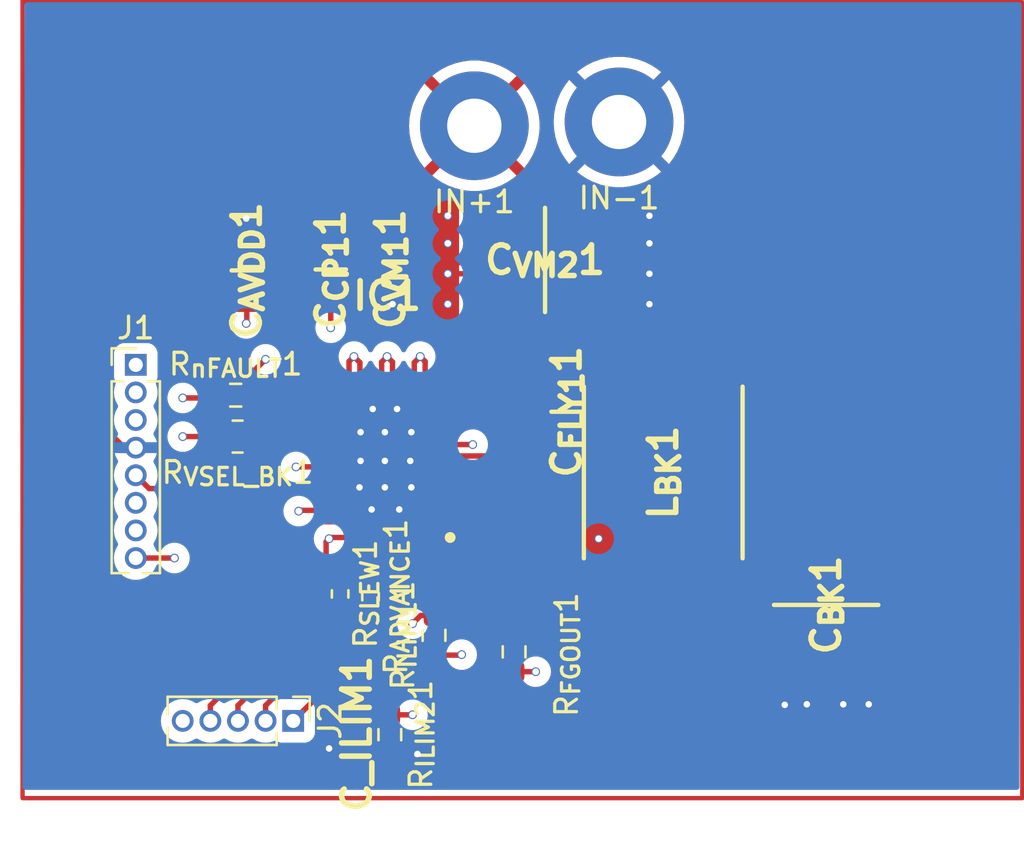
<source format=kicad_pcb>
(kicad_pcb (version 20221018) (generator pcbnew)
  (layers (0 "F.Cu" signal) (1 "In1.Cu" signal) (2 "In2.Cu" signal) (31 "B.Cu" signal) (34 "B.Paste" user) (35 "F.Paste" user) (36 "B.SilkS" user "B.Silkscreen") (37 "F.SilkS" user "F.Silkscreen") (38 "B.Mask" user) (39 "F.Mask" user) (44 "Edge.Cuts" user))
  (net 0 "")
  (net 1 "Net-(IC1-ILIM)")
  (net 2 "GND")
  (net 3 "/AVDD")
  (net 4 "/SW_BK")
  (net 5 "Net-(IC1-CP)")
  (net 6 "/VM")
  (net 7 "Net-(IC1-CPH)")
  (net 8 "Net-(IC1-CPL)")
  (net 9 "/PWM")
  (net 10 "/DIR")
  (net 11 "/BRAKE")
  (net 12 "/FGOUT")
  (net 13 "/W")
  (net 14 "/V")
  (net 15 "/U")
  (net 16 "/H3")
  (net 17 "/H2")
  (net 18 "/H1")
  (net 19 "/nFAULT")
  (net 21 "Net-(IC1-SW_BK)")
  (net 22 "Net-(IC1-VSEL_BK)")
  (net 26 "Net-(IC1-SLEW)")
  (net 27 "Net-(IC1-ADVANCE)")
  (footprint "SamacSys_Parts:CAPC3216X178N" (layer "F.Cu") (at 148.7944 90.8618 90)
    (fp_text reference "C_{CP1}1" (at 0 0 90) (layer "F.SilkS") (effects (font (size 1.27 1.27) (thickness 0.254))))
    (fp_text value "1uF" hide)
    (fp_line (start 0 -0.7) (end 0 0.7) (stroke (width 0.2)) (layer "F.SilkS"))
    (pad "1" smd rect (at -1.4 0 90) (size 1.02 1.82) (layers "F.Cu" "F.Paste" "F.Mask") (net 5 "Net-(IC1-CP)"))
    (pad "2" smd rect (at 1.4 0 90) (size 1.02 1.82) (layers "F.Cu" "F.Paste" "F.Mask") (net 6 "/VM"))
  )
  (footprint "Resistor_SMD:R_0603_1608Metric_Pad0.98x0.95mm_HandSolder" (layer "F.Cu") (at 151.511 112.268 -90)
    (fp_text reference "R_{ILIM2}1" (at 0 -1.43 90) (layer "F.SilkS"))
    (fp_text value "1k")
    (fp_line (start -0.254724 -0.5225) (end 0.254724 -0.5225) (stroke (width 0.12)) (layer "F.SilkS"))
    (fp_line (start -0.254724 0.5225) (end 0.254724 0.5225) (stroke (width 0.12)) (layer "F.SilkS"))
    (pad "1" smd roundrect (at -0.9125 0 270) (size 0.975 0.95) (layers "F.Cu" "F.Paste" "F.Mask") (net 1 "Net-(IC1-ILIM)"))
    (pad "2" smd roundrect (at 0.9125 0 270) (size 0.975 0.95) (layers "F.Cu" "F.Paste" "F.Mask") (net 2 "GND"))
  )
  (footprint "Resistor_SMD:R_0603_1608Metric_Pad0.98x0.95mm_HandSolder" (layer "F.Cu") (at 144.4225 96.647)
    (fp_text reference "R_{nFAULT}1" (at 0 -1.43) (layer "F.SilkS"))
    (fp_text value "5k1")
    (fp_line (start -0.254724 -0.5225) (end 0.254724 -0.5225) (stroke (width 0.12)) (layer "F.SilkS"))
    (fp_line (start -0.254724 0.5225) (end 0.254724 0.5225) (stroke (width 0.12)) (layer "F.SilkS"))
    (pad "1" smd roundrect (at -0.9125 0) (size 0.975 0.95) (layers "F.Cu" "F.Paste" "F.Mask") (net 3 "/AVDD"))
    (pad "2" smd roundrect (at 0.9125 0) (size 0.975 0.95) (layers "F.Cu" "F.Paste" "F.Mask") (net 19 "/nFAULT"))
  )
  (footprint "SamacSys_Parts:INDPM7973X540N" (layer "F.Cu") (at 164.084 100.203 -90)
    (fp_text reference "L_{BK}1" (at 0 0 90) (layer "F.SilkS") (effects (font (size 1.27 1.27) (thickness 0.254))))
    (fp_text value "47uH" hide)
    (fp_line (start -3.95 3.65) (end 3.95 3.65) (stroke (width 0.2)) (layer "F.SilkS"))
    (fp_line (start 3.95 -3.65) (end -3.95 -3.65) (stroke (width 0.2)) (layer "F.SilkS"))
    (pad "1" smd rect (at -3.05 0 270) (size 3.05 3.1) (layers "F.Cu" "F.Paste" "F.Mask") (net 21 "Net-(IC1-SW_BK)"))
    (pad "2" smd rect (at 3.05 0 270) (size 3.05 3.1) (layers "F.Cu" "F.Paste" "F.Mask") (net 4 "/SW_BK"))
  )
  (footprint "MountingHole:MountingHole_2.5mm_Pad" (layer "F.Cu") (at 162.052 84.074 180)
    (fp_text reference "IN-1" (at 0 -3.5) (layer "F.SilkS"))
    (fp_text value "MountingHole_Pad")
    (pad "1" thru_hole circle (at 0 0 180) (size 5 5) (drill 2.5) (layers "*.Cu" "*.Mask") (net 2 "GND"))
  )
  (footprint "SamacSys_Parts:CAPC1608X95N" (layer "F.Cu") (at 149.987 112.2265 -90)
    (fp_text reference "C_ILIM1" (at 0 0 90) (layer "F.SilkS") (effects (font (size 1.27 1.27) (thickness 0.254))))
    (fp_text value "0u1F" hide)
    (pad "1" smd rect (at -0.7 0 270) (size 0.78 0.98) (layers "F.Cu" "F.Paste" "F.Mask") (net 1 "Net-(IC1-ILIM)"))
    (pad "2" smd rect (at 0.7 0 270) (size 0.78 0.98) (layers "F.Cu" "F.Paste" "F.Mask") (net 2 "GND"))
  )
  (footprint "Resistor_SMD:R_0805_2012Metric_Pad1.20x1.40mm_HandSolder" (layer "F.Cu") (at 144.51 98.552 180)
    (fp_text reference "R_{VSEL_BK}1" (at 0 -1.65) (layer "F.SilkS"))
    (fp_text value "1M")
    (fp_line (start -0.227064 -0.735) (end 0.227064 -0.735) (stroke (width 0.12)) (layer "F.SilkS"))
    (fp_line (start -0.227064 0.735) (end 0.227064 0.735) (stroke (width 0.12)) (layer "F.SilkS"))
    (pad "1" smd roundrect (at -1 0 180) (size 1.2 1.4) (layers "F.Cu" "F.Paste" "F.Mask") (roundrect_rratio 0.2083333333) (net 22 "Net-(IC1-VSEL_BK)"))
    (pad "2" smd roundrect (at 1 0 180) (size 1.2 1.4) (layers "F.Cu" "F.Paste" "F.Mask") (roundrect_rratio 0.2083333333) (net 3 "/AVDD"))
  )
  (footprint "SamacSys_Parts:CAPC3216X178N" (layer "F.Cu") (at 144.9336 90.9066 90)
    (fp_text reference "C_{AVDD}1" (at 0 0 90) (layer "F.SilkS") (effects (font (size 1.27 1.27) (thickness 0.254))))
    (fp_text value "1uF" hide)
    (fp_line (start 0 -0.7) (end 0 0.7) (stroke (width 0.2)) (layer "F.SilkS"))
    (pad "1" smd rect (at -1.4 0 90) (size 1.02 1.82) (layers "F.Cu" "F.Paste" "F.Mask") (net 3 "/AVDD"))
    (pad "2" smd rect (at 1.4 0 90) (size 1.02 1.82) (layers "F.Cu" "F.Paste" "F.Mask") (net 2 "GND"))
  )
  (footprint "Connector_PinHeader_1.27mm:PinHeader_1x08_P1.27mm_Vertical" (layer "F.Cu") (at 139.827 95.25)
    (fp_text reference "J1" (at 0 -1.695) (layer "F.SilkS"))
    (fp_text value "Conn_01x08_Pin")
    (fp_line (start -1.11 -0.76) (end 0 -0.76) (stroke (width 0.12)) (layer "F.SilkS"))
    (fp_line (start -1.11 0) (end -1.11 -0.76) (stroke (width 0.12)) (layer "F.SilkS"))
    (fp_line (start -1.11 0.76) (end -1.11 9.585) (stroke (width 0.12)) (layer "F.SilkS"))
    (fp_line (start -1.11 0.76) (end -0.563471 0.76) (stroke (width 0.12)) (layer "F.SilkS"))
    (fp_line (start -1.11 9.585) (end -0.30753 9.585) (stroke (width 0.12)) (layer "F.SilkS"))
    (fp_line (start 0.30753 9.585) (end 1.11 9.585) (stroke (width 0.12)) (layer "F.SilkS"))
    (fp_line (start 0.563471 0.76) (end 1.11 0.76) (stroke (width 0.12)) (layer "F.SilkS"))
    (fp_line (start 1.11 0.76) (end 1.11 9.585) (stroke (width 0.12)) (layer "F.SilkS"))
    (pad "1" thru_hole rect (at 0 0) (size 1 1) (drill 0.65) (layers "*.Cu" "*.Mask") (net 15 "/U"))
    (pad "2" thru_hole oval (at 0 1.27) (size 1 1) (drill 0.65) (layers "*.Cu" "*.Mask") (net 14 "/V"))
    (pad "3" thru_hole oval (at 0 2.54) (size 1 1) (drill 0.65) (layers "*.Cu" "*.Mask") (net 13 "/W"))
    (pad "4" thru_hole oval (at 0 3.81) (size 1 1) (drill 0.65) (layers "*.Cu" "*.Mask") (net 2 "GND"))
    (pad "5" thru_hole oval (at 0 5.08) (size 1 1) (drill 0.65) (layers "*.Cu" "*.Mask") (net 17 "/H2"))
    (pad "6" thru_hole oval (at 0 6.35) (size 1 1) (drill 0.65) (layers "*.Cu" "*.Mask") (net 18 "/H1"))
    (pad "7" thru_hole oval (at 0 7.62) (size 1 1) (drill 0.65) (layers "*.Cu" "*.Mask") (net 16 "/H3"))
    (pad "8" thru_hole oval (at 0 8.89) (size 1 1) (drill 0.65) (layers "*.Cu" "*.Mask") (net 4 "/SW_BK"))
  )
  (footprint "Resistor_SMD:R_0402_1005Metric_Pad0.72x0.64mm_HandSolder" (layer "F.Cu") (at 149.225 105.791 -90)
    (fp_text reference "R_{SLEW}1" (at 0 -1.17 90) (layer "F.SilkS"))
    (fp_text value "47k")
    (fp_line (start -0.167621 -0.38) (end 0.167621 -0.38) (stroke (width 0.12)) (layer "F.SilkS"))
    (fp_line (start -0.167621 0.38) (end 0.167621 0.38) (stroke (width 0.12)) (layer "F.SilkS"))
    (pad "1" smd roundrect (at -0.5975 0 270) (size 0.715 0.64) (layers "F.Cu" "F.Paste" "F.Mask") (net 26 "Net-(IC1-SLEW)"))
    (pad "2" smd roundrect (at 0.5975 0 270) (size 0.715 0.64) (layers "F.Cu" "F.Paste" "F.Mask") (net 3 "/AVDD"))
  )
  (footprint "SamacSys_Parts:CAPC3216X180N" (layer "F.Cu") (at 159.639 97.409 -90)
    (fp_text reference "C_{FLY1}1" (at 0 0 90) (layer "F.SilkS") (effects (font (size 1.27 1.27) (thickness 0.254))))
    (fp_text value "47nF" hide)
    (fp_line (start 0 -0.7) (end 0 0.7) (stroke (width 0.2)) (layer "F.SilkS"))
    (pad "1" smd rect (at -1.38 0 270) (size 1.07 1.82) (layers "F.Cu" "F.Paste" "F.Mask") (net 7 "Net-(IC1-CPH)"))
    (pad "2" smd rect (at 1.38 0 270) (size 1.07 1.82) (layers "F.Cu" "F.Paste" "F.Mask") (net 8 "Net-(IC1-CPL)"))
  )
  (footprint "Resistor_SMD:R_0603_1608Metric_Pad0.98x0.95mm_HandSolder" (layer "F.Cu") (at 157.226 108.458 90)
    (fp_text reference "R_{FGOUT}1" (at -0.127 2.413 90) (layer "F.SilkS"))
    (fp_text value "5k1")
    (fp_line (start -0.254724 -0.5225) (end 0.254724 -0.5225) (stroke (width 0.12)) (layer "F.SilkS"))
    (fp_line (start -0.254724 0.5225) (end 0.254724 0.5225) (stroke (width 0.12)) (layer "F.SilkS"))
    (pad "1" smd roundrect (at -0.9125 0 90) (size 0.975 0.95) (layers "F.Cu" "F.Paste" "F.Mask") (net 3 "/AVDD"))
    (pad "2" smd roundrect (at 0.9125 0 90) (size 0.975 0.95) (layers "F.Cu" "F.Paste" "F.Mask") (net 12 "/FGOUT"))
  )
  (footprint "Resistor_SMD:R_0603_1608Metric_Pad0.98x0.95mm_HandSolder" (layer "F.Cu") (at 153.543 107.696 90)
    (fp_text reference "R_{ILIM1}1" (at 0 -1.43 90) (layer "F.SilkS"))
    (fp_text value "1k")
    (fp_line (start -0.254724 -0.5225) (end 0.254724 -0.5225) (stroke (width 0.12)) (layer "F.SilkS"))
    (fp_line (start -0.254724 0.5225) (end 0.254724 0.5225) (stroke (width 0.12)) (layer "F.SilkS"))
    (pad "1" smd roundrect (at -0.9125 0 90) (size 0.975 0.95) (layers "F.Cu" "F.Paste" "F.Mask") (net 3 "/AVDD"))
    (pad "2" smd roundrect (at 0.9125 0 90) (size 0.975 0.95) (layers "F.Cu" "F.Paste" "F.Mask") (net 1 "Net-(IC1-ILIM)"))
  )
  (footprint "MountingHole:MountingHole_2.5mm_Pad" (layer "F.Cu") (at 155.3972 84.2488 180)
    (fp_text reference "IN+1" (at 0 -3.5) (layer "F.SilkS"))
    (fp_text value "MountingHole_Pad")
    (pad "1" thru_hole circle (at 0 0 180) (size 5 5) (drill 2.5) (layers "*.Cu" "*.Mask") (net 6 "/VM"))
  )
  (footprint "Resistor_SMD:R_0402_1005Metric_Pad0.72x0.64mm_HandSolder" (layer "F.Cu") (at 150.622 105.918 -90)
    (fp_text reference "R_{ADVANCE}1" (at 0 -1.17 90) (layer "F.SilkS"))
    (fp_text value "22k")
    (fp_line (start -0.167621 -0.38) (end 0.167621 -0.38) (stroke (width 0.12)) (layer "F.SilkS"))
    (fp_line (start -0.167621 0.38) (end 0.167621 0.38) (stroke (width 0.12)) (layer "F.SilkS"))
    (pad "1" smd roundrect (at -0.5975 0 270) (size 0.715 0.64) (layers "F.Cu" "F.Paste" "F.Mask") (net 27 "Net-(IC1-ADVANCE)"))
    (pad "2" smd roundrect (at 0.5975 0 270) (size 0.715 0.64) (layers "F.Cu" "F.Paste" "F.Mask") (net 3 "/AVDD"))
  )
  (footprint "Connector_PinHeader_1.27mm:PinHeader_1x05_P1.27mm_Vertical" (layer "F.Cu") (at 147.066 111.633 -90)
    (fp_text reference "J2" (at 0 -1.695 90) (layer "F.SilkS"))
    (fp_text value "Conn_01x05_Pin")
    (fp_line (start -1.11 -0.76) (end 0 -0.76) (stroke (width 0.12)) (layer "F.SilkS"))
    (fp_line (start -1.11 0) (end -1.11 -0.76) (stroke (width 0.12)) (layer "F.SilkS"))
    (fp_line (start -1.11 0.76) (end -1.11 5.775) (stroke (width 0.12)) (layer "F.SilkS"))
    (fp_line (start -1.11 0.76) (end -0.563471 0.76) (stroke (width 0.12)) (layer "F.SilkS"))
    (fp_line (start -1.11 5.775) (end -0.30753 5.775) (stroke (width 0.12)) (layer "F.SilkS"))
    (fp_line (start 0.30753 5.775) (end 1.11 5.775) (stroke (width 0.12)) (layer "F.SilkS"))
    (fp_line (start 0.563471 0.76) (end 1.11 0.76) (stroke (width 0.12)) (layer "F.SilkS"))
    (fp_line (start 1.11 0.76) (end 1.11 5.775) (stroke (width 0.12)) (layer "F.SilkS"))
    (pad "1" thru_hole rect (at 0 0 270) (size 1 1) (drill 0.65) (layers "*.Cu" "*.Mask") (net 12 "/FGOUT"))
    (pad "2" thru_hole oval (at 0 1.27 270) (size 1 1) (drill 0.65) (layers "*.Cu" "*.Mask") (net 9 "/PWM"))
    (pad "3" thru_hole oval (at 0 2.54 270) (size 1 1) (drill 0.65) (layers "*.Cu" "*.Mask") (net 11 "/BRAKE"))
    (pad "4" thru_hole oval (at 0 3.81 270) (size 1 1) (drill 0.65) (layers "*.Cu" "*.Mask") (net 10 "/DIR"))
    (pad "5" thru_hole oval (at 0 5.08 270) (size 1 1) (drill 0.65) (layers "*.Cu" "*.Mask") (net 19 "/nFAULT"))
  )
  (footprint "SamacSys_Parts:CAPC1608X95N" (layer "F.Cu") (at 151.5376 90.8446 -90)
    (fp_text reference "C_{VM1}1" (at 0 0 90) (layer "F.SilkS") (effects (font (size 1.27 1.27) (thickness 0.254))))
    (fp_text value "0u1F" hide)
    (pad "1" smd rect (at -0.7 0 270) (size 0.78 0.98) (layers "F.Cu" "F.Paste" "F.Mask") (net 6 "/VM"))
    (pad "2" smd rect (at 0.7 0 270) (size 0.78 0.98) (layers "F.Cu" "F.Paste" "F.Mask") (net 2 "GND"))
  )
  (footprint "SamacSys_Parts:CAPC6050X350N" (layer "F.Cu") (at 158.649 90.424)
    (fp_text reference "C_{VM2}1" (at 0 0) (layer "F.SilkS") (effects (font (size 1.27 1.27) (thickness 0.254))))
    (fp_text value ">=10uF" hide)
    (fp_line (start 0 -2.4) (end 0 2.4) (stroke (width 0.2)) (layer "F.SilkS"))
    (pad "1" smd rect (at -2.26 0) (size 2.39 5.51) (layers "F.Cu" "F.Paste" "F.Mask") (net 6 "/VM"))
    (pad "2" smd rect (at 2.26 0) (size 2.39 5.51) (layers "F.Cu" "F.Paste" "F.Mask") (net 2 "GND"))
  )
  (footprint "SamacSys_Parts:QFN50P500X700X100-41N-D" (layer "F.Cu") (at 151.384 99.695 180)
    (fp_text reference "IC1" (at 0 7.62) (layer "F.SilkS") (effects (font (size 1.27 1.27) (thickness 0.254))))
    (fp_text value "MCT8316Z0TQRGFRQ1" hide)
    (fp_circle (center -2.9 -3.5) (end -2.9 -3.375) (stroke (width 0.25)) (fill none) (layer "F.SilkS"))
    (pad "1" smd rect (at -2.5 -2.75 270) (size 0.3 0.8) (layers "F.Cu" "F.Paste" "F.Mask"))
    (pad "2" smd rect (at -2.5 -2.25 270) (size 0.3 0.8) (layers "F.Cu" "F.Paste" "F.Mask") (net 2 "GND"))
    (pad "3" smd rect (at -2.5 -1.75 270) (size 0.3 0.8) (layers "F.Cu" "F.Paste" "F.Mask") (net 4 "/SW_BK"))
    (pad "4" smd rect (at -2.5 -1.25 270) (size 0.3 0.8) (layers "F.Cu" "F.Paste" "F.Mask") (net 2 "GND"))
    (pad "5" smd rect (at -2.5 -0.75 270) (size 0.3 0.8) (layers "F.Cu" "F.Paste" "F.Mask") (net 21 "Net-(IC1-SW_BK)"))
    (pad "6" smd rect (at -2.5 -0.25 270) (size 0.3 0.8) (layers "F.Cu" "F.Paste" "F.Mask") (net 8 "Net-(IC1-CPL)"))
    (pad "7" smd rect (at -2.5 0.25 270) (size 0.3 0.8) (layers "F.Cu" "F.Paste" "F.Mask") (net 7 "Net-(IC1-CPH)"))
    (pad "8" smd rect (at -2.5 0.75 270) (size 0.3 0.8) (layers "F.Cu" "F.Paste" "F.Mask") (net 5 "Net-(IC1-CP)"))
    (pad "9" smd rect (at -2.5 1.25 270) (size 0.3 0.8) (layers "F.Cu" "F.Paste" "F.Mask") (net 6 "/VM"))
    (pad "10" smd rect (at -2.5 1.75 270) (size 0.3 0.8) (layers "F.Cu" "F.Paste" "F.Mask") (net 6 "/VM"))
    (pad "11" smd rect (at -2.5 2.25 270) (size 0.3 0.8) (layers "F.Cu" "F.Paste" "F.Mask") (net 6 "/VM"))
    (pad "12" smd rect (at -2.5 2.75 270) (size 0.3 0.8) (layers "F.Cu" "F.Paste" "F.Mask") (net 2 "GND"))
    (pad "13" smd rect (at -1.75 3.5 180) (size 0.3 0.8) (layers "F.Cu" "F.Paste" "F.Mask") (net 15 "/U"))
    (pad "14" smd rect (at -1.25 3.5 180) (size 0.3 0.8) (layers "F.Cu" "F.Paste" "F.Mask") (net 15 "/U"))
    (pad "15" smd rect (at -0.75 3.5 180) (size 0.3 0.8) (layers "F.Cu" "F.Paste" "F.Mask") (net 2 "GND"))
    (pad "16" smd rect (at -0.25 3.5 180) (size 0.3 0.8) (layers "F.Cu" "F.Paste" "F.Mask") (net 14 "/V"))
    (pad "17" smd rect (at 0.25 3.5 180) (size 0.3 0.8) (layers "F.Cu" "F.Paste" "F.Mask") (net 14 "/V"))
    (pad "18" smd rect (at 0.75 3.5 180) (size 0.3 0.8) (layers "F.Cu" "F.Paste" "F.Mask") (net 2 "GND"))
    (pad "19" smd rect (at 1.25 3.5 180) (size 0.3 0.8) (layers "F.Cu" "F.Paste" "F.Mask") (net 13 "/W"))
    (pad "20" smd rect (at 1.75 3.5 180) (size 0.3 0.8) (layers "F.Cu" "F.Paste" "F.Mask") (net 13 "/W"))
    (pad "21" smd rect (at 2.5 2.75 270) (size 0.3 0.8) (layers "F.Cu" "F.Paste" "F.Mask") (net 2 "GND"))
    (pad "22" smd rect (at 2.5 2.25 270) (size 0.3 0.8) (layers "F.Cu" "F.Paste" "F.Mask") (net 19 "/nFAULT"))
    (pad "23" smd rect (at 2.5 1.75 270) (size 0.3 0.8) (layers "F.Cu" "F.Paste" "F.Mask") (net 3 "/AVDD"))
    (pad "24" smd rect (at 2.5 1.25 270) (size 0.3 0.8) (layers "F.Cu" "F.Paste" "F.Mask") (net 22 "Net-(IC1-VSEL_BK)"))
    (pad "25" smd rect (at 2.5 0.75 270) (size 0.3 0.8) (layers "F.Cu" "F.Paste" "F.Mask") (net 3 "/AVDD"))
    (pad "26" smd rect (at 2.5 0.25 270) (size 0.3 0.8) (layers "F.Cu" "F.Paste" "F.Mask") (net 2 "GND"))
    (pad "27" smd rect (at 2.5 -0.25 270) (size 0.3 0.8) (layers "F.Cu" "F.Paste" "F.Mask") (net 18 "/H1"))
    (pad "28" smd rect (at 2.5 -0.75 270) (size 0.3 0.8) (layers "F.Cu" "F.Paste" "F.Mask"))
    (pad "29" smd rect (at 2.5 -1.25 270) (size 0.3 0.8) (layers "F.Cu" "F.Paste" "F.Mask") (net 17 "/H2"))
    (pad "30" smd rect (at 2.5 -1.75 270) (size 0.3 0.8) (layers "F.Cu" "F.Paste" "F.Mask"))
    (pad "31" smd rect (at 2.5 -2.25 270) (size 0.3 0.8) (layers "F.Cu" "F.Paste" "F.Mask") (net 16 "/H3"))
    (pad "32" smd rect (at 2.5 -2.75 270) (size 0.3 0.8) (layers "F.Cu" "F.Paste" "F.Mask"))
    (pad "33" smd rect (at 1.75 -3.5 180) (size 0.3 0.8) (layers "F.Cu" "F.Paste" "F.Mask") (net 3 "/AVDD"))
    (pad "34" smd rect (at 1.25 -3.5 180) (size 0.3 0.8) (layers "F.Cu" "F.Paste" "F.Mask") (net 26 "Net-(IC1-SLEW)"))
    (pad "35" smd rect (at 0.75 -3.5 180) (size 0.3 0.8) (layers "F.Cu" "F.Paste" "F.Mask") (net 27 "Net-(IC1-ADVANCE)"))
    (pad "36" smd rect (at 0.25 -3.5 180) (size 0.3 0.8) (layers "F.Cu" "F.Paste" "F.Mask") (net 10 "/DIR"))
    (pad "37" smd rect (at -0.25 -3.5 180) (size 0.3 0.8) (layers "F.Cu" "F.Paste" "F.Mask") (net 1 "Net-(IC1-ILIM)"))
    (pad "38" smd rect (at -0.75 -3.5 180) (size 0.3 0.8) (layers "F.Cu" "F.Paste" "F.Mask") (net 11 "/BRAKE"))
    (pad "39" smd rect (at -1.25 -3.5 180) (size 0.3 0.8) (layers "F.Cu" "F.Paste" "F.Mask") (net 9 "/PWM"))
    (pad "40" smd rect (at -1.75 -3.5 180) (size 0.3 0.8) (layers "F.Cu" "F.Paste" "F.Mask") (net 12 "/FGOUT"))
    (pad "41" smd rect (at 0 0 180) (size 3.8 5.8) (layers "F.Cu" "F.Paste" "F.Mask") (net 2 "GND"))
  )
  (footprint "SamacSys_Parts:CAPC6050X350N" (layer "F.Cu") (at 171.577 106.299 -90)
    (fp_text reference "C_{BK}1" (at 0 0 90) (layer "F.SilkS") (effects (font (size 1.27 1.27) (thickness 0.254))))
    (fp_text value "22uF" hide)
    (fp_line (start 0 -2.4) (end 0 2.4) (stroke (width 0.2)) (layer "F.SilkS"))
    (pad "1" smd rect (at -2.26 0 270) (size 2.39 5.51) (layers "F.Cu" "F.Paste" "F.Mask") (net 4 "/SW_BK"))
    (pad "2" smd rect (at 2.26 0 270) (size 2.39 5.51) (layers "F.Cu" "F.Paste" "F.Mask") (net 2 "GND"))
  )
  (gr_rect (start 134.62 78.5622) (end 180.594 115.189) (stroke (width 0.2)) (fill none) (layer "F.Cu"))
  (segment (start 149.987 111.5265) (end 151.34 111.5265) (width 0.25) (layer "F.Cu") (net 1))
  (segment (start 153.543 106.4025) (end 151.634 104.4935) (width 0.25) (layer "F.Cu") (net 1))
  (segment (start 151.634 104.4935) (end 151.634 103.195) (width 0.25) (layer "F.Cu") (net 1))
  (segment (start 152.9315 106.7835) (end 153.543 106.7835) (width 0.25) (layer "F.Cu") (net 1))
  (segment (start 153.543 106.7835) (end 153.543 106.4025) (width 0.25) (layer "F.Cu") (net 1))
  (segment (start 152.5505 111.3555) (end 152.5524 111.3536) (width 0.25) (layer "F.Cu") (net 1))
  (segment (start 151.34 111.5265) (end 151.511 111.3555) (width 0.25) (layer "F.Cu") (net 1))
  (segment (start 151.511 111.3555) (end 152.5505 111.3555) (width 0.25) (layer "F.Cu") (net 1))
  (segment (start 152.5524 107.1626) (end 152.9315 106.7835) (width 0.25) (layer "F.Cu") (net 1))
  (via (at 152.5524 107.1626) (size 0.4) (drill 0.3) (layers "F.Cu" "B.Cu") (net 1))
  (via (at 152.5524 111.3536) (size 0.4) (drill 0.3) (layers "F.Cu" "B.Cu") (net 1))
  (segment (start 169.6974 110.871) (end 169.672 110.8964) (width 0.25) (layer "F.Cu") (net 2))
  (segment (start 154.396 101.945) (end 154.94 102.489) (width 0.25) (layer "F.Cu") (net 2))
  (segment (start 152.7575 113.1805) (end 152.781 113.157) (width 0.25) (layer "F.Cu") (net 2))
  (segment (start 173.5328 110.871) (end 172.3644 110.871) (width 0.25) (layer "F.Cu") (net 2))
  (segment (start 151.983 101.945) (end 151.9428 101.9048) (width 0.25) (layer "F.Cu") (net 2))
  (segment (start 162.814 90.424) (end 160.909 90.424) (width 0.25) (layer "F.Cu") (net 2))
  (segment (start 152.134 96.195) (end 152.134 96.9892) (width 0.25) (layer "F.Cu") (net 2))
  (segment (start 148.7405 112.9265) (end 148.717 112.903) (width 0.25) (layer "F.Cu") (net 2))
  (segment (start 170.688 110.871) (end 172.3644 110.871) (width 0.25) (layer "F.Cu") (net 2))
  (segment (start 153.884 100.945) (end 152.5578 100.945) (width 0.25) (layer "F.Cu") (net 2))
  (segment (start 149.987 112.9265) (end 148.7405 112.9265) (width 0.25) (layer "F.Cu") (net 2))
  (segment (start 148.884 99.445) (end 149.9402 99.445) (width 0.25) (layer "F.Cu") (net 2))
  (segment (start 152.1782 96.945) (end 151.8412 97.282) (width 0.25) (layer "F.Cu") (net 2))
  (segment (start 163.449 92.456) (end 163.449 91.059) (width 0.25) (layer "F.Cu") (net 2))
  (segment (start 148.884 96.945) (end 150.3866 96.945) (width 0.25) (layer "F.Cu") (net 2))
  (segment (start 170.688 110.871) (end 171.577 109.982) (width 0.25) (layer "F.Cu") (net 2))
  (segment (start 163.449 91.059) (end 162.814 90.424) (width 0.25) (layer "F.Cu") (net 2))
  (segment (start 150.634 97.1924) (end 150.7236 97.282) (width 0.25) (layer "F.Cu") (net 2))
  (segment (start 153.884 101.945) (end 151.983 101.945) (width 0.25) (layer "F.Cu") (net 2))
  (segment (start 154.94 102.489) (end 154.94 103.378) (width 0.25) (layer "F.Cu") (net 2))
  (segment (start 136.7028 96.642906) (end 136.7028 92.2782) (width 0.5) (layer "F.Cu") (net 2))
  (segment (start 152.134 96.9892) (end 151.8412 97.282) (width 0.25) (layer "F.Cu") (net 2))
  (segment (start 151.5376 91.5446) (end 151.5376 92.3556) (width 0.25) (layer "F.Cu") (net 2))
  (segment (start 136.7028 88.2396) (end 136.779 88.1634) (width 0.5) (layer "F.Cu") (net 2))
  (segment (start 136.7028 92.2782) (end 136.7028 88.2396) (width 0.5) (layer "F.Cu") (net 2))
  (segment (start 151.511 113.1805) (end 152.7575 113.1805) (width 0.25) (layer "F.Cu") (net 2))
  (segment (start 149.9402 99.445) (end 150.1648 99.6696) (width 0.25) (layer "F.Cu") (net 2))
  (segment (start 139.119894 99.06) (end 136.7028 96.642906) (width 0.5) (layer "F.Cu") (net 2))
  (segment (start 150.3866 96.945) (end 150.7236 97.282) (width 0.25) (layer "F.Cu") (net 2))
  (segment (start 163.449 88.392) (end 163.449 89.662) (width 0.25) (layer "F.Cu") (net 2))
  (segment (start 150.634 96.195) (end 150.634 97.1924) (width 0.25) (layer "F.Cu") (net 2))
  (segment (start 170.688 110.871) (end 169.6974 110.871) (width 0.25) (layer "F.Cu") (net 2))
  (segment (start 171.577 109.982) (end 171.577 108.559) (width 0.25) (layer "F.Cu") (net 2))
  (segment (start 152.5578 100.945) (end 152.5016 100.8888) (width 0.25) (layer "F.Cu") (net 2))
  (segment (start 153.884 101.945) (end 154.396 101.945) (width 0.25) (layer "F.Cu") (net 2))
  (segment (start 144.9336 89.5066) (end 144.9336 88.5456) (width 0.25) (layer "F.Cu") (net 2))
  (segment (start 163.449 89.662) (end 163.449 91.059) (width 0.25) (layer "F.Cu") (net 2))
  (segment (start 153.884 96.945) (end 152.1782 96.945) (width 0.25) (layer "F.Cu") (net 2))
  (segment (start 139.827 99.06) (end 139.119894 99.06) (width 0.5) (layer "F.Cu") (net 2))
  (segment (start 151.5376 92.3556) (end 151.638 92.456) (width 0.25) (layer "F.Cu") (net 2))
  (segment (start 144.9336 88.5456) (end 144.907 88.519) (width 0.25) (layer "F.Cu") (net 2))
  (via (at 151.8412 97.282) (size 0.4) (drill 0.3) (layers "F.Cu" "B.Cu") (net 2))
  (via (at 144.907 88.519) (size 0.4) (drill 0.3) (layers "F.Cu" "B.Cu") (net 2))
  (via (at 150.1648 99.6696) (size 0.4) (drill 0.3) (layers "F.Cu" "B.Cu") (net 2))
  (via (at 163.449 92.456) (size 0.4) (drill 0.3) (layers "F.Cu" "B.Cu") (net 2))
  (via (at 151.2824 100.8888) (size 0.4) (drill 0.3) (layers "F.Cu" "B.Cu") (net 2))
  (via (at 173.5328 110.871) (size 0.4) (drill 0.3) (layers "F.Cu" "B.Cu") (net 2))
  (via (at 172.3644 110.871) (size 0.4) (drill 0.3) (layers "F.Cu" "B.Cu") (net 2))
  (via (at 148.717 112.903) (size 0.4) (drill 0.3) (layers "F.Cu" "B.Cu") (net 2))
  (via (at 163.449 89.662) (size 0.4) (drill 0.3) (layers "F.Cu" "B.Cu") (net 2))
  (via (at 150.6728 101.9048) (size 0.4) (drill 0.3) (layers "F.Cu" "B.Cu") (net 2))
  (via (at 151.9428 101.9048) (size 0.4) (drill 0.3) (layers "F.Cu" "B.Cu") (net 2))
  (via (at 163.449 91.059) (size 0.4) (drill 0.3) (layers "F.Cu" "B.Cu") (net 2))
  (via (at 152.4508 99.6696) (size 0.4) (drill 0.3) (layers "F.Cu" "B.Cu") (net 2))
  (via (at 163.449 88.392) (size 0.4) (drill 0.3) (layers "F.Cu" "B.Cu") (net 2))
  (via (at 152.781 113.157) (size 0.4) (drill 0.3) (layers "F.Cu" "B.Cu") (net 2))
  (via (at 150.114 100.8888) (size 0.4) (drill 0.3) (layers "F.Cu" "B.Cu") (net 2))
  (via (at 152.5016 100.8888) (size 0.4) (drill 0.3) (layers "F.Cu" "B.Cu") (net 2))
  (via (at 169.672 110.8964) (size 0.4) (drill 0.3) (layers "F.Cu" "B.Cu") (net 2))
  (via (at 151.638 92.456) (size 0.4) (drill 0.3) (layers "F.Cu" "B.Cu") (net 2))
  (via (at 150.7236 97.282) (size 0.4) (drill 0.3) (layers "F.Cu" "B.Cu") (net 2))
  (via (at 152.5016 98.3488) (size 0.4) (drill 0.3) (layers "F.Cu" "B.Cu") (net 2))
  (via (at 151.2824 99.6696) (size 0.4) (drill 0.3) (layers "F.Cu" "B.Cu") (net 2))
  (via (at 150.1648 98.3488) (size 0.4) (drill 0.3) (layers "F.Cu" "B.Cu") (net 2))
  (via (at 170.688 110.871) (size 0.4) (drill 0.3) (layers "F.Cu" "B.Cu") (net 2))
  (via (at 151.2824 98.3488) (size 0.4) (drill 0.3) (layers "F.Cu" "B.Cu") (net 2))
  (segment (start 144.9336 92.3066) (end 144.9336 93.3184) (width 0.25) (layer "F.Cu") (net 3))
  (segment (start 158.242 109.347) (end 158.2185 109.3705) (width 0.25) (layer "F.Cu") (net 3))
  (segment (start 153.543 108.6085) (end 154.7895 108.6085) (width 0.25) (layer "F.Cu") (net 3))
  (segment (start 143.383 96.774) (end 143.51 96.647) (width 0.25) (layer "F.Cu") (net 3))
  (segment (start 149.225 106.3885) (end 148.58 105.7435) (width 0.25) (layer "F.Cu") (net 3))
  (segment (start 148.58 103.388) (end 148.717 103.251) (width 0.25) (layer "F.Cu") (net 3))
  (segment (start 149.352 106.5155) (end 149.225 106.3885) (width 0.25) (layer "F.Cu") (net 3))
  (segment (start 141.986 96.774) (end 143.383 96.774) (width 0.25) (layer "F.Cu") (net 3))
  (segment (start 157.226 109.3705) (end 158.2185 109.3705) (width 0.25) (layer "F.Cu") (net 3))
  (segment (start 154.7895 108.6085) (end 154.813 108.585) (width 0.25) (layer "F.Cu") (net 3))
  (segment (start 144.9336 93.3184) (end 144.907 93.345) (width 0.25) (layer "F.Cu") (net 3))
  (segment (start 141.986 98.552) (end 143.51 98.552) (width 0.25) (layer "F.Cu") (net 3))
  (segment (start 150.622 106.5155) (end 149.352 106.5155) (width 0.25) (layer "F.Cu") (net 3))
  (segment (start 148.58 105.7435) (end 148.58 103.388) (width 0.25) (layer "F.Cu") (net 3))
  (segment (start 148.773 103.195) (end 148.717 103.251) (width 0.25) (layer "F.Cu") (net 3))
  (segment (start 149.634 103.195) (end 148.773 103.195) (width 0.25) (layer "F.Cu") (net 3))
  (via (at 144.907 93.345) (size 0.4) (drill 0.3) (layers "F.Cu" "B.Cu") (net 3))
  (via (at 154.813 108.585) (size 0.4) (drill 0.3) (layers "F.Cu" "B.Cu") (net 3))
  (via (at 158.2185 109.3705) (size 0.4) (drill 0.3) (layers "F.Cu" "B.Cu") (net 3))
  (via (at 141.986 96.774) (size 0.4) (drill 0.3) (layers "F.Cu" "B.Cu") (net 3))
  (via (at 141.986 98.552) (size 0.4) (drill 0.3) (layers "F.Cu" "B.Cu") (net 3))
  (via (at 148.717 103.251) (size 0.4) (drill 0.3) (layers "F.Cu" "B.Cu") (net 3))
  (segment (start 161.1122 103.251) (end 159.3342 101.473) (width 0.25) (layer "F.Cu") (net 4))
  (segment (start 139.827 104.14) (end 141.605 104.14) (width 0.25) (layer "F.Cu") (net 4))
  (segment (start 162.304 101.473) (end 155.829 101.473) (width 0.25) (layer "F.Cu") (net 4))
  (segment (start 153.884 101.445) (end 155.801 101.445) (width 0.25) (layer "F.Cu") (net 4))
  (segment (start 164.9964 104.1654) (end 171.4506 104.1654) (width 0.25) (layer "F.Cu") (net 4))
  (segment (start 164.084 103.253) (end 162.304 101.473) (width 0.25) (layer "F.Cu") (net 4))
  (segment (start 171.4506 104.1654) (end 171.577 104.039) (width 0.25) (layer "F.Cu") (net 4))
  (segment (start 155.801 101.445) (end 155.829 101.473) (width 0.25) (layer "F.Cu") (net 4))
  (segment (start 159.3342 101.473) (end 155.829 101.473) (width 0.25) (layer "F.Cu") (net 4))
  (segment (start 164.084 103.253) (end 164.9964 104.1654) (width 0.25) (layer "F.Cu") (net 4))
  (via (at 141.605 104.14) (size 0.4) (drill 0.3) (layers "F.Cu" "B.Cu") (net 4))
  (via (at 161.1122 103.251) (size 0.4) (drill 0.3) (layers "F.Cu" "B.Cu") (net 4))
  (segment (start 148.7944 93.541844) (end 148.790622 93.545622) (width 0.25) (layer "F.Cu") (net 5))
  (segment (start 153.9085 98.9205) (end 153.884 98.945) (width 0.25) (layer "F.Cu") (net 5))
  (segment (start 155.321 98.9205) (end 153.9085 98.9205) (width 0.25) (layer "F.Cu") (net 5))
  (segment (start 148.7944 92.2618) (end 148.7944 93.541844) (width 0.25) (layer "F.Cu") (net 5))
  (via (at 148.790622 93.545622) (size 0.4) (drill 0.3) (layers "F.Cu" "B.Cu") (net 5))
  (via (at 155.321 98.9205) (size 0.4) (drill 0.3) (layers "F.Cu" "B.Cu") (net 5))
  (segment (start 155.754 91.059) (end 156.389 90.424) (width 0.25) (layer "F.Cu") (net 6))
  (segment (start 154.584 97.445) (end 156.389 95.64) (width 0.25) (layer "F.Cu") (net 6))
  (segment (start 156.389 95.64) (end 156.389 90.424) (width 0.25) (layer "F.Cu") (net 6))
  (segment (start 154.178 92.456) (end 154.178 91.059) (width 0.25) (layer "F.Cu") (net 6))
  (segment (start 150.8548 89.4618) (end 151.5376 90.1446) (width 0.25) (layer "F.Cu") (net 6))
  (segment (start 154.178 88.392) (end 154.178 89.662) (width 0.25) (layer "F.Cu") (net 6))
  (segment (start 153.884 97.445) (end 154.584 97.445) (width 0.25) (layer "F.Cu") (net 6))
  (segment (start 148.7944 89.4618) (end 150.8548 89.4618) (width 0.25) (layer "F.Cu") (net 6))
  (segment (start 153.6954 90.1446) (end 154.178 89.662) (width 0.25) (layer "F.Cu") (net 6))
  (segment (start 154.178 91.059) (end 154.178 89.662) (width 0.25) (layer "F.Cu") (net 6))
  (segment (start 151.5376 90.1446) (end 153.6954 90.1446) (width 0.25) (layer "F.Cu") (net 6))
  (segment (start 153.884 98.445) (end 153.884 97.945) (width 0.25) (layer "F.Cu") (net 6))
  (segment (start 153.884 97.945) (end 153.884 97.445) (width 0.25) (layer "F.Cu") (net 6))
  (segment (start 154.178 91.059) (end 155.754 91.059) (width 0.25) (layer "F.Cu") (net 6))
  (via (at 154.178 91.059) (size 0.4) (drill 0.3) (layers "F.Cu" "B.Cu") (net 6))
  (via (at 154.178 92.456) (size 0.4) (drill 0.3) (layers "F.Cu" "B.Cu") (net 6))
  (via (at 154.178 88.392) (size 0.4) (drill 0.3) (layers "F.Cu" "B.Cu") (net 6))
  (via (at 154.178 89.662) (size 0.4) (drill 0.3) (layers "F.Cu" "B.Cu") (net 6))
  (segment (start 159.639 96.029) (end 159.368 96.029) (width 0.25) (layer "F.Cu") (net 7))
  (segment (start 159.368 96.029) (end 155.952 99.445) (width 0.25) (layer "F.Cu") (net 7))
  (segment (start 155.952 99.445) (end 153.884 99.445) (width 0.25) (layer "F.Cu") (net 7))
  (segment (start 159.622 98.806) (end 157.227396 98.806) (width 0.25) (layer "F.Cu") (net 8))
  (segment (start 156.088396 99.945) (end 153.884 99.945) (width 0.25) (layer "F.Cu") (net 8))
  (segment (start 157.227396 98.806) (end 156.088396 99.945) (width 0.25) (layer "F.Cu") (net 8))
  (segment (start 159.639 98.789) (end 159.622 98.806) (width 0.25) (layer "F.Cu") (net 8))
  (segment (start 145.796 111.633) (end 145.796 110.925894) (width 0.25) (layer "F.Cu") (net 9))
  (segment (start 146.935894 109.786) (end 155.76 109.786) (width 0.25) (layer "F.Cu") (net 9))
  (segment (start 156.337 107.798104) (end 156.337 107.442) (width 0.25) (layer "F.Cu") (net 9))
  (segment (start 152.634 103.739) (end 152.634 103.195) (width 0.25) (layer "F.Cu") (net 9))
  (segment (start 155.76 109.786) (end 155.76 108.375104) (width 0.25) (layer "F.Cu") (net 9))
  (segment (start 156.337 107.442) (end 152.634 103.739) (width 0.25) (layer "F.Cu") (net 9))
  (segment (start 155.76 108.375104) (end 156.337 107.798104) (width 0.25) (layer "F.Cu") (net 9))
  (segment (start 145.796 110.925894) (end 146.935894 109.786) (width 0.25) (layer "F.Cu") (net 9))
  (segment (start 151.2062 107.3404) (end 151.5364 107.0102) (width 0.25) (layer "F.Cu") (net 10))
  (segment (start 151.5364 107.0102) (end 151.5364 105.032296) (width 0.25) (layer "F.Cu") (net 10))
  (segment (start 146.841494 107.3404) (end 151.2062 107.3404) (width 0.25) (layer "F.Cu") (net 10))
  (segment (start 151.134 104.629896) (end 151.134 103.195) (width 0.25) (layer "F.Cu") (net 10))
  (segment (start 143.256 110.925894) (end 146.841494 107.3404) (width 0.25) (layer "F.Cu") (net 10))
  (segment (start 143.256 111.633) (end 143.256 110.925894) (width 0.25) (layer "F.Cu") (net 10))
  (segment (start 151.5364 105.032296) (end 151.134 104.629896) (width 0.25) (layer "F.Cu") (net 10))
  (segment (start 144.526 110.925894) (end 146.602894 108.849) (width 0.25) (layer "F.Cu") (net 11))
  (segment (start 154.813 106.554396) (end 152.134 103.875396) (width 0.25) (layer "F.Cu") (net 11))
  (segment (start 152.134 103.875396) (end 152.134 103.195) (width 0.25) (layer "F.Cu") (net 11))
  (segment (start 152.009 108.849) (end 153.262 107.596) (width 0.25) (layer "F.Cu") (net 11))
  (segment (start 154.813 106.807) (end 154.813 106.554396) (width 0.25) (layer "F.Cu") (net 11))
  (segment (start 144.526 111.633) (end 144.526 110.925894) (width 0.25) (layer "F.Cu") (net 11))
  (segment (start 154.024 107.596) (end 154.813 106.807) (width 0.25) (layer "F.Cu") (net 11))
  (segment (start 153.262 107.596) (end 154.024 107.596) (width 0.25) (layer "F.Cu") (net 11))
  (segment (start 146.602894 108.849) (end 152.009 108.849) (width 0.25) (layer "F.Cu") (net 11))
  (segment (start 148.463 110.236) (end 156.21 110.236) (width 0.25) (layer "F.Cu") (net 12))
  (segment (start 153.162 103.223) (end 153.134 103.195) (width 0.25) (layer "F.Cu") (net 12))
  (segment (start 156.21 108.5615) (end 157.226 107.5455) (width 0.25) (layer "F.Cu") (net 12))
  (segment (start 156.21 110.236) (end 156.21 108.5615) (width 0.25) (layer "F.Cu") (net 12))
  (segment (start 153.162 103.4815) (end 153.162 103.223) (width 0.25) (layer "F.Cu") (net 12))
  (segment (start 157.226 107.5455) (end 153.162 103.4815) (width 0.25) (layer "F.Cu") (net 12))
  (segment (start 147.066 111.633) (end 148.463 110.236) (width 0.25) (layer "F.Cu") (net 12))
  (segment (start 149.634 96.195) (end 149.634 95.095) (width 0.25) (layer "F.Cu") (net 13))
  (segment (start 150.134 96.195) (end 150.134 95.143) (width 0.25) (layer "F.Cu") (net 13))
  (segment (start 150.134 95.143) (end 149.86 94.869) (width 0.25) (layer "F.Cu") (net 13))
  (segment (start 149.634 95.095) (end 149.86 94.869) (width 0.25) (layer "F.Cu") (net 13))
  (via (at 149.86 94.869) (size 0.4) (drill 0.3) (layers "F.Cu" "B.Cu") (net 13))
  (segment (start 151.134 95.119) (end 151.384 94.869) (width 0.25) (layer "F.Cu") (net 14))
  (segment (start 151.634 95.119) (end 151.384 94.869) (width 0.25) (layer "F.Cu") (net 14))
  (segment (start 151.134 96.195) (end 151.134 95.119) (width 0.25) (layer "F.Cu") (net 14))
  (segment (start 151.634 96.195) (end 151.634 95.119) (width 0.25) (layer "F.Cu") (net 14))
  (via (at 151.384 94.869) (size 0.4) (drill 0.3) (layers "F.Cu" "B.Cu") (net 14))
  (segment (start 153.134 95.095) (end 152.908 94.869) (width 0.25) (layer "F.Cu") (net 15))
  (segment (start 152.634 96.195) (end 152.634 95.143) (width 0.25) (layer "F.Cu") (net 15))
  (segment (start 152.634 95.143) (end 152.908 94.869) (width 0.25) (layer "F.Cu") (net 15))
  (segment (start 153.134 96.195) (end 153.134 95.095) (width 0.25) (layer "F.Cu") (net 15))
  (via (at 152.908 94.869) (size 0.4) (drill 0.3) (layers "F.Cu" "B.Cu") (net 15))
  (via (at 152.908 94.869) (size 0.4) (drill 0.3) (layers "F.Cu" "B.Cu") (net 15))
  (segment (start 148.884 101.945) (end 147.356 101.945) (width 0.25) (layer "F.Cu") (net 16))
  (segment (start 147.356 101.945) (end 147.32 101.981) (width 0.25) (layer "F.Cu") (net 16))
  (via (at 147.32 101.981) (size 0.4) (drill 0.3) (layers "F.Cu" "B.Cu") (net 16))
  (segment (start 140.442 100.945) (end 139.827 100.33) (width 0.25) (layer "F.Cu") (net 17))
  (segment (start 148.884 100.945) (end 140.442 100.945) (width 0.25) (layer "F.Cu") (net 17))
  (segment (start 147.197 99.945) (end 147.193 99.949) (width 0.25) (layer "F.Cu") (net 18))
  (segment (start 148.884 99.945) (end 147.197 99.945) (width 0.25) (layer "F.Cu") (net 18))
  (via (at 147.193 99.949) (size 0.4) (drill 0.3) (layers "F.Cu" "B.Cu") (net 18))
  (segment (start 145.335 96.647) (end 146.133 97.445) (width 0.25) (layer "F.Cu") (net 19))
  (segment (start 146.133 97.445) (end 148.884 97.445) (width 0.25) (layer "F.Cu") (net 19))
  (segment (start 145.335 95.457) (end 145.796 94.996) (width 0.25) (layer "F.Cu") (net 19))
  (segment (start 145.335 96.647) (end 145.335 95.457) (width 0.25) (layer "F.Cu") (net 19))
  (via (at 145.796 94.996) (size 0.4) (drill 0.3) (layers "F.Cu" "B.Cu") (net 19))
  (segment (start 155.69 100.445) (end 154.47 100.445) (width 0.35) (layer "F.Cu") (net 21))
  (segment (start 162.052 100.584) (end 155.829 100.584) (width 0.5) (layer "F.Cu") (net 21))
  (segment (start 164.084 97.153) (end 164.084 98.552) (width 0.35) (layer "F.Cu") (net 21))
  (segment (start 155.829 100.584) (end 155.69 100.445) (width 0.35) (layer "F.Cu") (net 21))
  (segment (start 164.084 98.552) (end 162.052 100.584) (width 0.5) (layer "F.Cu") (net 21))
  (segment (start 154.47 100.445) (end 153.884 100.445) (width 0.25) (layer "F.Cu") (net 21))
  (segment (start 145.617 98.445) (end 148.884 98.445) (width 0.25) (layer "F.Cu") (net 22))
  (segment (start 145.51 98.552) (end 145.617 98.445) (width 0.25) (layer "F.Cu") (net 22))
  (segment (start 149.933302 104.485198) (end 149.933302 103.959302) (width 0.25) (layer "F.Cu") (net 26))
  (segment (start 150.134 103.758604) (end 150.134 103.195) (width 0.25) (layer "F.Cu") (net 26))
  (segment (start 149.933302 103.959302) (end 150.134 103.758604) (width 0.25) (layer "F.Cu") (net 26))
  (segment (start 149.225 105.1935) (end 149.933302 104.485198) (width 0.25) (layer "F.Cu") (net 26))
  (segment (start 150.622 105.3205) (end 150.634 105.3085) (width 0.25) (layer "F.Cu") (net 27))
  (segment (start 150.634 105.3085) (end 150.634 103.195) (width 0.25) (layer "F.Cu") (net 27))
  (zone (net 2) (net_name "GND") (layer "F.Cu") (connect_pads (clearance 0.5)) (min_thickness 0.25) (fill yes (thermal_gap 0.5) (thermal_bridge_width 0.5))
    (polygon (pts (xy 154.051 102.997) (xy 155.575 102.997) (xy 160.274 106.807) (xy 179.8574 106.807) (xy 179.8574 114.7318) (xy 141.478 114.681) (xy 141.478 112.6744) (xy 155.194 112.649) (xy 160.147 108.458)))
  )
  (zone (net 2) (net_name "GND") (layer "F.Cu") (connect_pads (clearance 0.5)) (min_thickness 0.25) (fill yes (thermal_gap 0.5) (thermal_bridge_width 0.5))
    (polygon (pts (xy 159.258 95.377) (xy 161.036 93.726) (xy 180.086 93.599) (xy 180.0352 79.0194) (xy 135.382 79.502) (xy 135.128 90.8558) (xy 146.304 90.805) (xy 146.304 80.645) (xy 159.258 80.645)))
  )
  (zone (net 6) (net_name "/VM") (layer "F.Cu") (connect_pads (clearance 0.5)) (min_thickness 0.25) (fill yes (thermal_gap 0.5) (thermal_bridge_width 0.5))
    (polygon (pts (xy 153.67 98.552) (xy 153.67 97.409) (xy 154.813 97.409) (xy 154.813 94.234) (xy 152.908 94.234) (xy 152.908 90.805) (xy 147.066 90.805) (xy 147.066 81.026) (xy 158.75 81.026) (xy 158.75 95.25) (xy 154.94 98.552)))
  )
  (zone (net 4) (net_name "/SW_BK") (layer "F.Cu") (connect_pads (clearance 0.5)) (min_thickness 0.25) (fill yes (thermal_gap 0.5) (thermal_bridge_width 0.5))
    (polygon (pts (xy 179.451 101.219) (xy 179.451 106.045) (xy 159.893 106.045) (xy 154.94 101.854) (xy 154.94 101.219)))
  )
  (zone (net 2) (net_name "GND") (layer "B.Cu") (connect_pads (clearance 0.5)) (min_thickness 0.25) (fill yes (thermal_gap 0.5) (thermal_bridge_width 0.5))
    (polygon (pts (xy 134.7216 78.5622) (xy 180.5686 78.5622) (xy 180.467 114.808) (xy 134.62 114.808)))
  )
)
</source>
